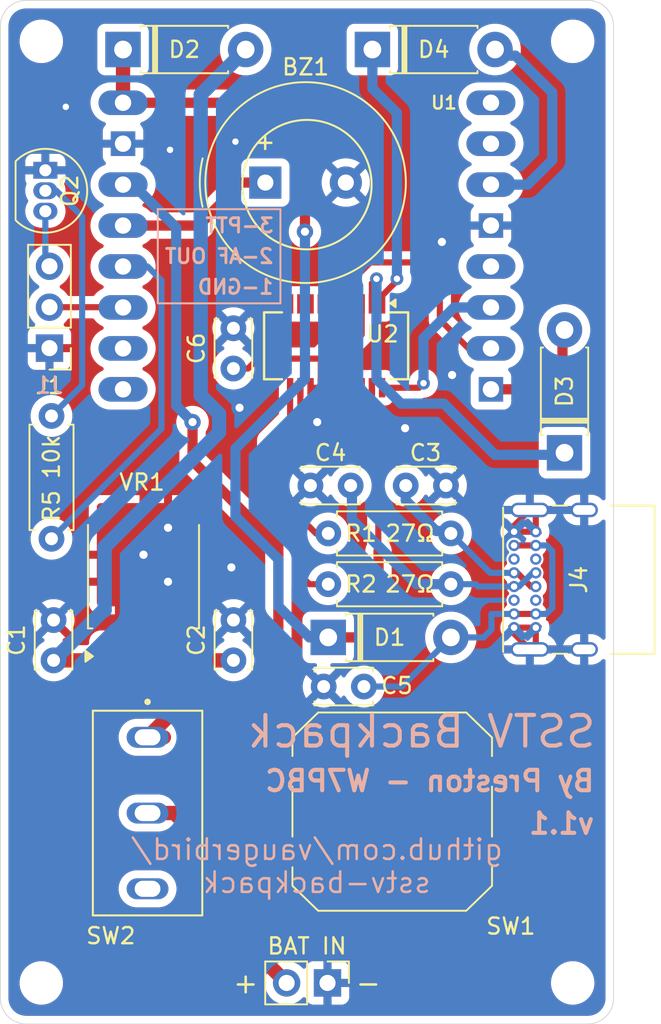
<source format=kicad_pcb>
(kicad_pcb (version 20241229) (generator "pcbnew") (generator_version "9.0")
  (title_block (title "SSTV Backpack") (date "2025-08-29") (rev "1.1"))
  (layers (0 "F.Cu" signal) (2 "B.Cu" signal) (13 "F.Paste" user) (15 "B.Paste" user) (5 "F.SilkS" user "F.Silkscreen") (7 "B.SilkS" user "B.Silkscreen") (1 "F.Mask" user) (3 "B.Mask" user) (25 "Edge.Cuts" user))
  (net 0 "")
  (net 1 "RTS")
  (net 6 "GND")
  (net 7 "+5V")
  (net 8 "/BUZZER")
  (net 9 "/8V IN")
  (net 10 "PTT")
  (net 11 "/TX OUT")
  (net 12 "/CAPTURE")
  (net 13 "/VIN")
  (net 16 "TXD")
  (net 17 "RXD")
  (net 18 "/5VUSB")
  (net 19 "Net-(U2-USBDM)")
  (net 20 "Net-(U2-USBDP)")
  (net 25 "DTR")
  (net 27 "3V3FTDI")
  (net 31 "Net-(D3-A)")
  (net 32 "Net-(D4-A)")
  (net 33 "/D-")
  (net 34 "/D+")
  (net 35 "Net-(Q2-B)")
  (net 36 "PTT_TRIG")
  (net 37 "/5VO")
  (footprint "Package_TO_SOT_SMD:TO-252-2" (layer "F.Cu") (at 148.591 99.153 90)
    (property "Reference" "VR1" (at 5.755 -0.09 180) (layer "F.SilkS"))
    (property "Value" "LP38693DT-5.0" (hide yes))
    (fp_line (start 3.11 -3.45) (end -3.31 -3.45) (stroke (width 0.12)) (layer "F.SilkS"))
    (fp_line (start -3.31 -3.45) (end -3.31 -3.18) (stroke (width 0.12)) (layer "F.SilkS"))
    (fp_line (start 3.11 3.45) (end -3.31 3.45) (stroke (width 0.12)) (layer "F.SilkS"))
    (fp_line (start -3.31 3.45) (end -3.31 3.18) (stroke (width 0.12)) (layer "F.SilkS"))
    (fp_poly (pts (xy -5.04 -3.14) (xy -5.38 -3.61) (xy -4.7 -3.61) (xy -5.04 -3.14)) (stroke (width 0.12)) (fill yes) (layer "F.SilkS"))
    (pad "1" smd roundrect (at -5.04 -2.28 90) (size 2.2 1.2) (layers "F.Cu" "F.Mask" "F.Paste") (roundrect_rratio 0.208333) (net 37 "/5VO"))
    (pad "2" smd roundrect (at -0.415 -1.525 90) (size 3.05 2.75) (layers "F.Cu" "F.Paste") (roundrect_rratio 0.090909) (net 6 "GND"))
    (pad "2" smd roundrect (at -0.415 1.525 90) (size 3.05 2.75) (layers "F.Cu" "F.Paste") (roundrect_rratio 0.090909) (net 6 "GND"))
    (pad "2" smd roundrect (at 1.26 0 90) (size 6.4 5.8) (layers "F.Cu" "F.Mask") (roundrect_rratio 0.043103) (net 6 "GND"))
    (pad "2" smd roundrect (at 2.935 -1.525 90) (size 3.05 2.75) (layers "F.Cu" "F.Paste") (roundrect_rratio 0.090909) (net 6 "GND"))
    (pad "2" smd roundrect (at 2.935 1.525 90) (size 3.05 2.75) (layers "F.Cu" "F.Paste") (roundrect_rratio 0.090909) (net 6 "GND"))
    (pad "3" smd roundrect (at -5.04 2.28 90) (size 2.2 1.2) (layers "F.Cu" "F.Mask" "F.Paste") (roundrect_rratio 0.208333) (net 9 "/8V IN"))
  )
  (footprint "Capacitor_THT:C_Disc_D3.4mm_W2.1mm_P2.50mm" (layer "F.Cu") (at 159.786 106.0704)
    (property "Reference" "C5" (at 4.552 -0.0508 0) (layer "F.SilkS"))
    (property "Value" "10nF" (hide yes))
    (fp_line (start -0.57 -1.17) (end -0.57 -0.925) (stroke (width 0.12)) (layer "F.SilkS"))
    (fp_line (start -0.57 -1.17) (end 3.07 -1.17) (stroke (width 0.12)) (layer "F.SilkS"))
    (fp_line (start -0.57 0.925) (end -0.57 1.17) (stroke (width 0.12)) (layer "F.SilkS"))
    (fp_line (start -0.57 1.17) (end 3.07 1.17) (stroke (width 0.12)) (layer "F.SilkS"))
    (fp_line (start 3.07 -1.17) (end 3.07 -0.925) (stroke (width 0.12)) (layer "F.SilkS"))
    (fp_line (start 3.07 0.925) (end 3.07 1.17) (stroke (width 0.12)) (layer "F.SilkS"))
    (pad "1" thru_hole circle (at 0 0) (size 1.6 1.6) (drill 0.8) (layers "*.Cu" "*.Mask") (net 6 "GND"))
    (pad "2" thru_hole circle (at 2.5 0) (size 1.6 1.6) (drill 0.8) (layers "*.Cu" "*.Mask") (net 18 "/5VUSB"))
  )
  (footprint "Buzzer_Beeper:Buzzer_TDK_PS1240P02BT_D12.2mm_H6.5mm" (layer "F.Cu") (at 156.163 74.803)
    (property "Reference" "BZ1" (at 2.5 -7.17 0) (layer "F.SilkS"))
    (property "Value" "Buzzer" (hide yes))
    (fp_arc (start -3.9 1.499999) (mid -4.073431 0) (end -3.9 -1.5) (stroke (width 0.12)) (layer "F.SilkS"))
    (fp_circle (center 2.5 0) (end 8.73 0) (stroke (width 0.12)) (fill no) (layer "F.SilkS"))
    (fp_text user "+" (at -0.01 -2.54 0) (layer "F.SilkS"))
    (pad "1" thru_hole rect (at 0 0) (size 2 2) (drill 1) (layers "*.Cu" "*.Mask") (net 8 "/BUZZER"))
    (pad "2" thru_hole circle (at 5 0) (size 2 2) (drill 1) (layers "*.Cu" "*.Mask") (net 6 "GND"))
  )
  (footprint "Resistor_THT:R_Axial_DIN0207_L6.3mm_D2.5mm_P7.62mm_Horizontal" (layer "F.Cu") (at 142.875 96.901 90)
    (property "Reference" "R5" (at 2.032 0 90) (layer "F.SilkS"))
    (property "Value" "10k" (at 5.08 0 90) (layer "F.SilkS"))
    (fp_line (start 7.08 -1.37) (end 7.08 -1.04) (stroke (width 0.12)) (layer "F.SilkS"))
    (fp_line (start 0.54 -1.37) (end 7.08 -1.37) (stroke (width 0.12)) (layer "F.SilkS"))
    (fp_line (start 0.54 -1.04) (end 0.54 -1.37) (stroke (width 0.12)) (layer "F.SilkS"))
    (fp_line (start 0.54 1.04) (end 0.54 1.37) (stroke (width 0.12)) (layer "F.SilkS"))
    (fp_line (start 7.08 1.37) (end 7.08 1.04) (stroke (width 0.12)) (layer "F.SilkS"))
    (fp_line (start 0.54 1.37) (end 7.08 1.37) (stroke (width 0.12)) (layer "F.SilkS"))
    (pad "1" thru_hole circle (at 0 0 90) (size 1.6 1.6) (drill 0.8) (layers "*.Cu" "*.Mask") (net 36 "PTT_TRIG"))
    (pad "2" thru_hole oval (at 7.62 0 90) (size 1.6 1.6) (drill 0.8) (layers "*.Cu" "*.Mask") (net 35 "Net-(Q2-B)"))
  )
  (footprint "Diode_THT:D_DO-41_SOD81_P7.62mm_Horizontal" (layer "F.Cu") (at 160.0708 103.0224)
    (property "Reference" "D1" (at 3.81 0 0) (layer "F.SilkS"))
    (property "Value" "1N5819" (hide yes))
    (fp_line (start 1.09 -1.47) (end 6.53 -1.47) (stroke (width 0.12)) (layer "F.SilkS"))
    (fp_line (start 1.09 -1.34) (end 1.09 -1.47) (stroke (width 0.12)) (layer "F.SilkS"))
    (fp_line (start 1.09 1.34) (end 1.09 1.47) (stroke (width 0.12)) (layer "F.SilkS"))
    (fp_line (start 1.09 1.47) (end 6.53 1.47) (stroke (width 0.12)) (layer "F.SilkS"))
    (fp_line (start 1.87 -1.47) (end 1.87 1.47) (stroke (width 0.12)) (layer "F.SilkS"))
    (fp_line (start 1.99 -1.47) (end 1.99 1.47) (stroke (width 0.12)) (layer "F.SilkS"))
    (fp_line (start 2.11 -1.47) (end 2.11 1.47) (stroke (width 0.12)) (layer "F.SilkS"))
    (fp_line (start 6.53 -1.47) (end 6.53 -1.34) (stroke (width 0.12)) (layer "F.SilkS"))
    (fp_line (start 6.53 1.47) (end 6.53 1.34) (stroke (width 0.12)) (layer "F.SilkS"))
    (pad "1" thru_hole rect (at 0 0) (size 2.2 2.2) (drill 1.1) (layers "*.Cu" "*.Mask") (net 7 "+5V"))
    (pad "2" thru_hole oval (at 7.62 0) (size 2.2 2.2) (drill 1.1) (layers "*.Cu" "*.Mask") (net 18 "/5VUSB"))
  )
  (footprint "Diode_THT:D_DO-41_SOD81_P7.62mm_Horizontal" (layer "F.Cu") (at 174.752 91.567 90)
    (property "Reference" "D3" (at 3.81 0 90) (layer "F.SilkS"))
    (property "Value" "1N4148" (hide yes))
    (fp_line (start 6.53 -1.47) (end 6.53 -1.34) (stroke (width 0.12)) (layer "F.SilkS"))
    (fp_line (start 2.11 -1.47) (end 2.11 1.47) (stroke (width 0.12)) (layer "F.SilkS"))
    (fp_line (start 1.99 -1.47) (end 1.99 1.47) (stroke (width 0.12)) (layer "F.SilkS"))
    (fp_line (start 1.87 -1.47) (end 1.87 1.47) (stroke (width 0.12)) (layer "F.SilkS"))
    (fp_line (start 1.09 -1.47) (end 6.53 -1.47) (stroke (width 0.12)) (layer "F.SilkS"))
    (fp_line (start 1.09 -1.34) (end 1.09 -1.47) (stroke (width 0.12)) (layer "F.SilkS"))
    (fp_line (start 1.09 1.34) (end 1.09 1.47) (stroke (width 0.12)) (layer "F.SilkS"))
    (fp_line (start 6.53 1.47) (end 6.53 1.34) (stroke (width 0.12)) (layer "F.SilkS"))
    (fp_line (start 1.09 1.47) (end 6.53 1.47) (stroke (width 0.12)) (layer "F.SilkS"))
    (pad "1" thru_hole rect (at 0 0 90) (size 2.2 2.2) (drill 1.1) (layers "*.Cu" "*.Mask") (net 1 "RTS"))
    (pad "2" thru_hole oval (at 7.62 0 90) (size 2.2 2.2) (drill 1.1) (layers "*.Cu" "*.Mask") (net 31 "Net-(D3-A)"))
  )
  (footprint "SwitchSPDT:SW_SLW-1276864-4A-D" (layer "F.Cu") (at 148.844 113.92 -90)
    (property "Reference" "SW2" (at 7.62 2.286 180) (layer "F.SilkS"))
    (property "Value" "SLW-1276864-4A-D" (hide yes))
    (fp_line (start -6.35 3.4) (end 6.35 3.4) (stroke (width 0.127)) (layer "F.SilkS"))
    (fp_line (start 6.35 3.4) (end 6.35 -3.4) (stroke (width 0.127)) (layer "F.SilkS"))
    (fp_line (start -6.35 -3.4) (end -6.35 3.4) (stroke (width 0.127)) (layer "F.SilkS"))
    (fp_line (start 6.35 -3.4) (end -6.35 -3.4) (stroke (width 0.127)) (layer "F.SilkS"))
    (fp_circle (center -6.9 0) (end -6.8 0) (stroke (width 0.2)) (fill no) (layer "F.SilkS"))
    (pad "1" thru_hole oval (at -4.7 0 270) (size 1.3 2.6) (drill oval 1 1.6) (layers "*.Cu" "*.Mask") (net 9 "/8V IN"))
    (pad "2" thru_hole oval (at 0 0 270) (size 1.3 2.6) (drill oval 1 1.6) (layers "*.Cu" "*.Mask") (net 13 "/VIN"))
    (pad "3" thru_hole oval (at 4.7 0 270) (size 1.3 2.6) (drill oval 1 1.6) (layers "*.Cu" "*.Mask"))
  )
  (footprint "ESP32-CAM:ESP32-CAM" (layer "F.Cu") (at 158.75 80.01 180)
    (property "Reference" "U1" (at -8.509 10.16 0) (layer "F.SilkS") (effects (font (size 0.787402 0.787402))))
    (property "Value" "ESP32-CAM" (hide yes))
    (fp_circle (center 0 5.08) (end 4.01609 5.08) (stroke (width 0.127)) (fill no) (layer "F.SilkS"))
    (pad "P$1" thru_hole rect (at -11.43 -7.62 180) (size 1.524 1.524) (drill 1.016) (layers "*.Cu" "*.Mask") (net 31 "Net-(D3-A)"))
    (pad "P$2" thru_hole oval (at -11.43 -5.08 180) (size 3.048 1.524) (drill 1.016) (layers "*.Cu" "*.Mask") (net 17 "RXD"))
    (pad "P$3" thru_hole oval (at -11.43 -2.54 180) (size 3.048 1.524) (drill 1.016) (layers "*.Cu" "*.Mask") (net 16 "TXD"))
    (pad "P$4" thru_hole oval (at -11.43 0 180) (size 3.048 1.524) (drill 1.016) (layers "*.Cu" "*.Mask"))
    (pad "P$5" thru_hole rect (at -11.43 2.54 180) (size 1.524 1.524) (drill 1.016) (layers "*.Cu" "*.Mask") (net 6 "GND"))
    (pad "P$6" thru_hole oval (at -11.43 5.08 180) (size 3.048 1.524) (drill 1.016) (layers "*.Cu" "*.Mask") (net 32 "Net-(D4-A)"))
    (pad "P$7" thru_hole oval (at -11.43 7.62 180) (size 3.048 1.524) (drill 1.016) (layers "*.Cu" "*.Mask"))
    (pad "P$8" thru_hole oval (at -11.43 10.16 180) (size 3.048 1.524) (drill 1.016) (layers "*.Cu" "*.Mask"))
    (pad "P$9" thru_hole oval (at 11.43 10.16 180) (size 3.048 1.524) (drill 1.016) (layers "*.Cu" "*.Mask") (net 7 "+5V"))
    (pad "P$10" thru_hole rect (at 11.43 7.62 180) (size 1.524 1.524) (drill 1.016) (layers "*.Cu" "*.Mask") (net 6 "GND"))
    (pad "P$11" thru_hole oval (at 11.43 5.08 180) (size 3.048 1.524) (drill 1.016) (layers "*.Cu" "*.Mask") (net 12 "/CAPTURE"))
    (pad "P$12" thru_hole oval (at 11.43 2.54 180) (size 3.048 1.524) (drill 1.016) (layers "*.Cu" "*.Mask") (net 8 "/BUZZER"))
    (pad "P$13" thru_hole oval (at 11.43 0 180) (size 3.048 1.524) (drill 1.016) (layers "*.Cu" "*.Mask") (net 36 "PTT_TRIG"))
    (pad "P$14" thru_hole oval (at 11.43 -2.54 180) (size 3.048 1.524) (drill 1.016) (layers "*.Cu" "*.Mask") (net 11 "/TX OUT"))
    (pad "P$15" thru_hole oval (at 11.43 -5.08 180) (size 3.048 1.524) (drill 1.016) (layers "*.Cu" "*.Mask"))
    (pad "P$16" thru_hole oval (at 11.43 -7.62 180) (size 3.048 1.524) (drill 1.016) (layers "*.Cu" "*.Mask"))
  )
  (footprint "Diode_THT:D_DO-41_SOD81_P7.62mm_Horizontal" (layer "F.Cu") (at 147.32 66.548)
    (property "Reference" "D2" (at 3.81 0 0) (layer "F.SilkS"))
    (property "Value" "1N5819" (hide yes))
    (fp_line (start 1.09 -1.47) (end 6.53 -1.47) (stroke (width 0.12)) (layer "F.SilkS"))
    (fp_line (start 1.09 -1.34) (end 1.09 -1.47) (stroke (width 0.12)) (layer "F.SilkS"))
    (fp_line (start 1.09 1.34) (end 1.09 1.47) (stroke (width 0.12)) (layer "F.SilkS"))
    (fp_line (start 1.09 1.47) (end 6.53 1.47) (stroke (width 0.12)) (layer "F.SilkS"))
    (fp_line (start 1.87 -1.47) (end 1.87 1.47) (stroke (width 0.12)) (layer "F.SilkS"))
    (fp_line (start 1.99 -1.47) (end 1.99 1.47) (stroke (width 0.12)) (layer "F.SilkS"))
    (fp_line (start 2.11 -1.47) (end 2.11 1.47) (stroke (width 0.12)) (layer "F.SilkS"))
    (fp_line (start 6.53 -1.47) (end 6.53 -1.34) (stroke (width 0.12)) (layer "F.SilkS"))
    (fp_line (start 6.53 1.47) (end 6.53 1.34) (stroke (width 0.12)) (layer "F.SilkS"))
    (pad "1" thru_hole rect (at 0 0) (size 2.2 2.2) (drill 1.1) (layers "*.Cu" "*.Mask") (net 7 "+5V"))
    (pad "2" thru_hole oval (at 7.62 0) (size 2.2 2.2) (drill 1.1) (layers "*.Cu" "*.Mask") (net 37 "/5VO"))
  )
  (footprint "Capacitor_THT:C_Disc_D3.4mm_W2.1mm_P2.50mm" (layer "F.Cu") (at 154.179 104.447 90)
    (property "Reference" "C2" (at 1.25 -2.3 90) (layer "F.SilkS"))
    (property "Value" "1uF")
    (fp_line (start 3.07 -1.17) (end 3.07 -0.925) (stroke (width 0.12)) (layer "F.SilkS"))
    (fp_line (start -0.57 -1.17) (end 3.07 -1.17) (stroke (width 0.12)) (layer "F.SilkS"))
    (fp_line (start -0.57 -1.17) (end -0.57 -0.925) (stroke (width 0.12)) (layer "F.SilkS"))
    (fp_line (start 3.07 0.925) (end 3.07 1.17) (stroke (width 0.12)) (layer "F.SilkS"))
    (fp_line (start -0.57 0.925) (end -0.57 1.17) (stroke (width 0.12)) (layer "F.SilkS"))
    (fp_line (start -0.57 1.17) (end 3.07 1.17) (stroke (width 0.12)) (layer "F.SilkS"))
    (pad "1" thru_hole circle (at 0 0 90) (size 1.6 1.6) (drill 0.8) (layers "*.Cu" "*.Mask") (net 9 "/8V IN"))
    (pad "2" thru_hole circle (at 2.5 0 90) (size 1.6 1.6) (drill 0.8) (layers "*.Cu" "*.Mask") (net 6 "GND"))
  )
  (footprint "Connector_PinHeader_2.54mm:PinHeader_1x02_P2.54mm_Vertical" (layer "F.Cu") (at 160.025 124.46 -90)
    (property "Reference" "J2" (hide yes))
    (property "Value" "Conn_01x02_Pin" (hide yes))
    (fp_line (start -1.33 3.87) (end 1.33 3.87) (stroke (width 0.12)) (layer "F.SilkS"))
    (fp_line (start -1.33 1.27) (end -1.33 3.87) (stroke (width 0.12)) (layer "F.SilkS"))
    (fp_line (start -1.33 1.27) (end 1.33 1.27) (stroke (width 0.12)) (layer "F.SilkS"))
    (fp_line (start 1.33 1.27) (end 1.33 3.87) (stroke (width 0.12)) (layer "F.SilkS"))
    (fp_line (start -1.33 0) (end -1.33 -1.33) (stroke (width 0.12)) (layer "F.SilkS"))
    (fp_line (start -1.33 -1.33) (end 0 -1.33) (stroke (width 0.12)) (layer "F.SilkS"))
    (pad "1" thru_hole rect (at 0 0 270) (size 1.7 1.7) (drill 1) (layers "*.Cu" "*.Mask") (net 6 "GND"))
    (pad "2" thru_hole oval (at 0 2.54 270) (size 1.7 1.7) (drill 1) (layers "*.Cu" "*.Mask") (net 13 "/VIN"))
  )
  (footprint "Capacitor_THT:C_Disc_D3.4mm_W2.1mm_P2.50mm" (layer "F.Cu") (at 161.464 93.599 180)
    (property "Reference" "C4" (at 1.25 2.032 180) (layer "F.SilkS"))
    (property "Value" "47pF" (hide yes))
    (fp_line (start 3.07 0.925) (end 3.07 1.17) (stroke (width 0.12)) (layer "F.SilkS"))
    (fp_line (start 3.07 -1.17) (end 3.07 -0.925) (stroke (width 0.12)) (layer "F.SilkS"))
    (fp_line (start -0.57 1.17) (end 3.07 1.17) (stroke (width 0.12)) (layer "F.SilkS"))
    (fp_line (start -0.57 0.925) (end -0.57 1.17) (stroke (width 0.12)) (layer "F.SilkS"))
    (fp_line (start -0.57 -1.17) (end 3.07 -1.17) (stroke (width 0.12)) (layer "F.SilkS"))
    (fp_line (start -0.57 -1.17) (end -0.57 -0.925) (stroke (width 0.12)) (layer "F.SilkS"))
    (pad "1" thru_hole circle (at 0 0 180) (size 1.6 1.6) (drill 0.8) (layers "*.Cu" "*.Mask") (net 34 "/D+"))
    (pad "2" thru_hole circle (at 2.5 0 180) (size 1.6 1.6) (drill 0.8) (layers "*.Cu" "*.Mask") (net 6 "GND"))
  )
  (footprint "Resistor_THT:R_Axial_DIN0207_L6.3mm_D2.5mm_P7.62mm_Horizontal" (layer "F.Cu") (at 167.6908 99.7204 180)
    (property "Reference" "R2" (at 5.588 0 0) (layer "F.SilkS"))
    (property "Value" "27Ω" (at 2.54 0 0) (layer "F.SilkS"))
    (fp_line (start 7.08 1.37) (end 7.08 1.04) (stroke (width 0.12)) (layer "F.SilkS"))
    (fp_line (start 7.08 -1.37) (end 7.08 -1.04) (stroke (width 0.12)) (layer "F.SilkS"))
    (fp_line (start 0.54 1.37) (end 7.08 1.37) (stroke (width 0.12)) (layer "F.SilkS"))
    (fp_line (start 0.54 1.04) (end 0.54 1.37) (stroke (width 0.12)) (layer "F.SilkS"))
    (fp_line (start 0.54 -1.04) (end 0.54 -1.37) (stroke (width 0.12)) (layer "F.SilkS"))
    (fp_line (start 0.54 -1.37) (end 7.08 -1.37) (stroke (width 0.12)) (layer "F.SilkS"))
    (pad "1" thru_hole circle (at 0 0 180) (size 1.6 1.6) (drill 0.8) (layers "*.Cu" "*.Mask") (net 34 "/D+"))
    (pad "2" thru_hole oval (at 7.62 0 180) (size 1.6 1.6) (drill 0.8) (layers "*.Cu" "*.Mask") (net 20 "Net-(U2-USBDP)"))
  )
  (footprint "MountingHole:MountingHole_2.2mm_M2" (layer "F.Cu") (at 175.26 66.04)
    (property "Reference" "REF**" (hide yes))
    (property "Value" "MountingHole_2.2mm_M2" (hide yes))
    (pad "" np_thru_hole circle (at 0 0) (size 2.2 2.2) (drill 2.2) (layers "*.Cu" "*.Mask"))
  )
  (footprint "Package_SO:SSOP-20_3.9x8.7mm_P0.635mm" (layer "F.Cu") (at 160.55975 84.93125 -90)
    (property "Reference" "U2" (at -0.73025 -2.88925 0) (layer "F.SilkS"))
    (property "Value" "FT231XS" (hide yes))
    (fp_line (start -2.075 4.475) (end 2.075 4.475) (stroke (width 0.15)) (layer "F.SilkS"))
    (fp_line (start -2.075 4.475) (end -2.075 3.365) (stroke (width 0.15)) (layer "F.SilkS"))
    (fp_line (start 2.075 4.475) (end 2.075 3.365) (stroke (width 0.15)) (layer "F.SilkS"))
    (fp_line (start -2.075 -3.365) (end -2.075 -4.475) (stroke (width 0.15)) (layer "F.SilkS"))
    (fp_line (start -2.075 -4.475) (end 2.075 -4.475) (stroke (width 0.15)) (layer "F.SilkS"))
    (fp_line (start 2.075 -4.475) (end 2.075 -3.365) (stroke (width 0.15)) (layer "F.SilkS"))
    (fp_poly (pts (xy -2.6375 -3.365) (xy -2.8775 -3.695) (xy -2.3975 -3.695) (xy -2.6375 -3.365)) (stroke (width 0.12)) (fill yes) (layer "F.SilkS"))
    (pad "1" smd rect (at -2.6 -2.8575 270) (size 1.2 0.4) (layers "F.Cu" "F.Mask" "F.Paste") (net 25 "DTR"))
    (pad "2" smd rect (at -2.6 -2.2225 270) (size 1.2 0.4) (layers "F.Cu" "F.Mask" "F.Paste") (net 1 "RTS"))
    (pad "3" smd rect (at -2.6 -1.5875 270) (size 1.2 0.4) (layers "F.Cu" "F.Mask" "F.Paste") (net 27 "3V3FTDI"))
    (pad "4" smd rect (at -2.6 -0.9525 270) (size 1.2 0.4) (layers "F.Cu" "F.Mask" "F.Paste") (net 17 "RXD"))
    (pad "5" smd rect (at -2.6 -0.3175 270) (size 1.2 0.4) (layers "F.Cu" "F.Mask" "F.Paste"))
    (pad "6" smd rect (at -2.6 0.3175 270) (size 1.2 0.4) (layers "F.Cu" "F.Mask" "F.Paste") (net 6 "GND"))
    (pad "7" smd rect (at -2.6 0.9525 270) (size 1.2 0.4) (layers "F.Cu" "F.Mask" "F.Paste"))
    (pad "8" smd rect (at -2.6 1.5875 270) (size 1.2 0.4) (layers "F.Cu" "F.Mask" "F.Paste"))
    (pad "9" smd rect (at -2.6 2.2225 270) (size 1.2 0.4) (layers "F.Cu" "F.Mask" "F.Paste"))
    (pad "10" smd rect (at -2.6 2.8575 270) (size 1.2 0.4) (layers "F.Cu" "F.Mask" "F.Paste"))
    (pad "11" smd rect (at 2.6 2.8575 270) (size 1.2 0.4) (layers "F.Cu" "F.Mask" "F.Paste") (net 20 "Net-(U2-USBDP)"))
    (pad "12" smd rect (at 2.6 2.2225 270) (size 1.2 0.4) (layers "F.Cu" "F.Mask" "F.Paste") (net 19 "Net-(U2-USBDM)"))
    (pad "13" smd rect (at 2.6 1.5875 270) (size 1.2 0.4) (layers "F.Cu" "F.Mask" "F.Paste") (net 27 "3V3FTDI"))
    (pad "14" smd rect (at 2.6 0.9525 270) (size 1.2 0.4) (layers "F.Cu" "F.Mask" "F.Paste") (net 27 "3V3FTDI"))
    (pad "15" smd rect (at 2.6 0.3175 270) (size 1.2 0.4) (layers "F.Cu" "F.Mask" "F.Paste") (net 7 "+5V"))
    (pad "16" smd rect (at 2.6 -0.3175 270) (size 1.2 0.4) (layers "F.Cu" "F.Mask" "F.Paste") (net 6 "GND"))
    (pad "17" smd rect (at 2.6 -0.9525 270) (size 1.2 0.4) (layers "F.Cu" "F.Mask" "F.Paste"))
    (pad "18" smd rect (at 2.6 -1.5875 270) (size 1.2 0.4) (layers "F.Cu" "F.Mask" "F.Paste"))
    (pad "19" smd rect (at 2.6 -2.2225 270) (size 1.2 0.4) (layers "F.Cu" "F.Mask" "F.Paste"))
    (pad "20" smd rect (at 2.6 -2.8575 270) (size 1.2 0.4) (layers "F.Cu" "F.Mask" "F.Paste") (net 16 "TXD"))
  )
  (footprint "Capacitor_THT:C_Disc_D3.4mm_W2.1mm_P2.50mm" (layer "F.Cu") (at 154.178 86.34 90)
    (property "Reference" "C6" (at 1.25 -2.3 90) (layer "F.SilkS"))
    (property "Value" "100nF" (hide yes))
    (fp_line (start 3.07 -1.17) (end 3.07 -0.925) (stroke (width 0.12)) (layer "F.SilkS"))
    (fp_line (start -0.57 -1.17) (end 3.07 -1.17) (stroke (width 0.12)) (layer "F.SilkS"))
    (fp_line (start -0.57 -1.17) (end -0.57 -0.925) (stroke (width 0.12)) (layer "F.SilkS"))
    (fp_line (start 3.07 0.925) (end 3.07 1.17) (stroke (width 0.12)) (layer "F.SilkS"))
    (fp_line (start -0.57 0.925) (end -0.57 1.17) (stroke (width 0.12)) (layer "F.SilkS"))
    (fp_line (start -0.57 1.17) (end 3.07 1.17) (stroke (width 0.12)) (layer "F.SilkS"))
    (pad "1" thru_hole circle (at 0 0 90) (size 1.6 1.6) (drill 0.8) (layers "*.Cu" "*.Mask") (net 27 "3V3FTDI"))
    (pad "2" thru_hole circle (at 2.5 0 90) (size 1.6 1.6) (drill 0.8) (layers "*.Cu" "*.Mask") (net 6 "GND"))
  )
  (footprint "Resistor_THT:R_Axial_DIN0207_L6.3mm_D2.5mm_P7.62mm_Horizontal" (layer "F.Cu") (at 167.6908 96.5708 180)
    (property "Reference" "R1" (at 5.588 0 0) (layer "F.SilkS"))
    (property "Value" "27Ω" (at 2.54 0 0) (layer "F.SilkS"))
    (fp_line (start 7.08 1.37) (end 7.08 1.04) (stroke (width 0.12)) (layer "F.SilkS"))
    (fp_line (start 7.08 -1.37) (end 7.08 -1.04) (stroke (width 0.12)) (layer "F.SilkS"))
    (fp_line (start 0.54 1.37) (end 7.08 1.37) (stroke (width 0.12)) (layer "F.SilkS"))
    (fp_line (start 0.54 1.04) (end 0.54 1.37) (stroke (width 0.12)) (layer "F.SilkS"))
    (fp_line (start 0.54 -1.04) (end 0.54 -1.37) (stroke (width 0.12)) (layer "F.SilkS"))
    (fp_line (start 0.54 -1.37) (end 7.08 -1.37) (stroke (width 0.12)) (layer "F.SilkS"))
    (pad "1" thru_hole circle (at 0 0 180) (size 1.6 1.6) (drill 0.8) (layers "*.Cu" "*.Mask") (net 33 "/D-"))
    (pad "2" thru_hole oval (at 7.62 0 180) (size 1.6 1.6) (drill 0.8) (layers "*.Cu" "*.Mask") (net 19 "Net-(U2-USBDM)"))
  )
  (footprint "MountingHole:MountingHole_2.2mm_M2" (layer "F.Cu") (at 142.24 66.04)
    (property "Reference" "REF**" (hide yes))
    (property "Value" "MountingHole_2.2mm_M2" (hide yes))
    (pad "" np_thru_hole circle (at 0 0) (size 2.2 2.2) (drill 2.2) (layers "*.Cu" "*.Mask"))
  )
  (footprint "Connector_PinHeader_2.54mm:PinHeader_1x03_P2.54mm_Vertical" (layer "F.Cu") (at 142.748 85.075 180)
    (property "Reference" "J1" (at 0 -2.33 0) (layer "F.SilkS"))
    (property "Value" "Conn_01x03_Pin" (hide yes))
    (fp_line (start 1.33 1.27) (end 1.33 6.41) (stroke (width 0.12)) (layer "F.SilkS"))
    (fp_line (start -1.33 6.41) (end 1.33 6.41) (stroke (width 0.12)) (layer "F.SilkS"))
    (fp_line (start -1.33 1.27) (end 1.33 1.27) (stroke (width 0.12)) (layer "F.SilkS"))
    (fp_line (start -1.33 1.27) (end -1.33 6.41) (stroke (width 0.12)) (layer "F.SilkS"))
    (fp_line (start -1.33 0) (end -1.33 -1.33) (stroke (width 0.12)) (layer "F.SilkS"))
    (fp_line (start -1.33 -1.33) (end 0 -1.33) (stroke (width 0.12)) (layer "F.SilkS"))
    (pad "1" thru_hole rect (at 0 0 180) (size 1.7 1.7) (drill 1) (layers "*.Cu" "*.Mask") (net 6 "GND"))
    (pad "2" thru_hole oval (at 0 2.54 180) (size 1.7 1.7) (drill 1) (layers "*.Cu" "*.Mask") (net 11 "/TX OUT"))
    (pad "3" thru_hole oval (at 0 5.08 180) (size 1.7 1.7) (drill 1) (layers "*.Cu" "*.Mask") (net 10 "PTT"))
  )
  (footprint "MountingHole:MountingHole_2.2mm_M2" (layer "F.Cu") (at 175.26 124.46)
    (property "Reference" "REF**" (hide yes))
    (property "Value" "MountingHole_2.2mm_M2" (hide yes))
    (pad "" np_thru_hole circle (at 0 0) (size 2.2 2.2) (drill 2.2) (layers "*.Cu" "*.Mask"))
  )
  (footprint "Diode_THT:D_DO-41_SOD81_P7.62mm_Horizontal" (layer "F.Cu") (at 162.814 66.548)
    (property "Reference" "D4" (at 3.81 0 0) (layer "F.SilkS"))
    (property "Value" "1N4148" (hide yes))
    (fp_line (start 1.09 -1.47) (end 6.53 -1.47) (stroke (width 0.12)) (layer "F.SilkS"))
    (fp_line (start 1.09 -1.34) (end 1.09 -1.47) (stroke (width 0.12)) (layer "F.SilkS"))
    (fp_line (start 1.09 1.34) (end 1.09 1.47) (stroke (width 0.12)) (layer "F.SilkS"))
    (fp_line (start 1.09 1.47) (end 6.53 1.47) (stroke (width 0.12)) (layer "F.SilkS"))
    (fp_line (start 1.87 -1.47) (end 1.87 1.47) (stroke (width 0.12)) (layer "F.SilkS"))
    (fp_line (start 1.99 -1.47) (end 1.99 1.47) (stroke (width 0.12)) (layer "F.SilkS"))
    (fp_line (start 2.11 -1.47) (end 2.11 1.47) (stroke (width 0.12)) (layer "F.SilkS"))
    (fp_line (start 6.53 -1.47) (end 6.53 -1.34) (stroke (width 0.12)) (layer "F.SilkS"))
    (fp_line (start 6.53 1.47) (end 6.53 1.34) (stroke (width 0.12)) (layer "F.SilkS"))
    (pad "1" thru_hole rect (at 0 0) (size 2.2 2.2) (drill 1.1) (layers "*.Cu" "*.Mask") (net 25 "DTR"))
    (pad "2" thru_hole oval (at 7.62 0) (size 2.2 2.2) (drill 1.1) (layers "*.Cu" "*.Mask") (net 32 "Net-(D4-A)"))
  )
  (footprint "Capacitor_THT:C_Disc_D3.4mm_W2.1mm_P2.50mm" (layer "F.Cu") (at 143.003 104.447 90)
    (property "Reference" "C1" (at 1.25 -2.3 90) (layer "F.SilkS"))
    (property "Value" "1uF")
    (fp_line (start 3.07 -1.17) (end 3.07 -0.925) (stroke (width 0.12)) (layer "F.SilkS"))
    (fp_line (start -0.57 -1.17) (end 3.07 -1.17) (stroke (width 0.12)) (layer "F.SilkS"))
    (fp_line (start -0.57 -1.17) (end -0.57 -0.925) (stroke (width 0.12)) (layer "F.SilkS"))
    (fp_line (start 3.07 0.925) (end 3.07 1.17) (stroke (width 0.12)) (layer "F.SilkS"))
    (fp_line (start -0.57 0.925) (end -0.57 1.17) (stroke (width 0.12)) (layer "F.SilkS"))
    (fp_line (start -0.57 1.17) (end 3.07 1.17) (stroke (width 0.12)) (layer "F.SilkS"))
    (pad "1" thru_hole circle (at 0 0 90) (size 1.6 1.6) (drill 0.8) (layers "*.Cu" "*.Mask") (net 37 "/5VO"))
    (pad "2" thru_hole circle (at 2.5 0 90) (size 1.6 1.6) (drill 0.8) (layers "*.Cu" "*.Mask") (net 6 "GND"))
  )
  (footprint "Capacitor_THT:C_Disc_D3.4mm_W2.1mm_P2.50mm" (layer "F.Cu") (at 164.886 93.599)
    (property "Reference" "C3" (at 1.23 -2.032 0) (layer "F.SilkS"))
    (property "Value" "47pF" (hide yes))
    (fp_line (start -0.57 -1.17) (end -0.57 -0.925) (stroke (width 0.12)) (layer "F.SilkS"))
    (fp_line (start -0.57 -1.17) (end 3.07 -1.17) (stroke (width 0.12)) (layer "F.SilkS"))
    (fp_line (start -0.57 0.925) (end -0.57 1.17) (stroke (width 0.12)) (layer "F.SilkS"))
    (fp_line (start -0.57 1.17) (end 3.07 1.17) (stroke (width 0.12)) (layer "F.SilkS"))
    (fp_line (start 3.07 -1.17) (end 3.07 -0.925) (stroke (width 0.12)) (layer "F.SilkS"))
    (fp_line (start 3.07 0.925) (end 3.07 1.17) (stroke (width 0.12)) (layer "F.SilkS"))
    (pad "1" thru_hole circle (at 0 0) (size 1.6 1.6) (drill 0.8) (layers "*.Cu" "*.Mask") (net 33 "/D-"))
    (pad "2" thru_hole circle (at 2.5 0) (size 1.6 1.6) (drill 0.8) (layers "*.Cu" "*.Mask") (net 6 "GND"))
  )
  (footprint "Button_Switch_SMD:SW_Push_1P1T_NO_CK_PTS125Sx43PSMTR" (layer "F.Cu") (at 164.046 113.832)
    (property "Reference" "SW1" (at 7.366 7.112 0) (layer "F.SilkS"))
    (property "Value" "SW_Push" (hide yes))
    (fp_line (start -6.2 -4.6) (end -4.6 -6.15) (stroke (width 0.12)) (layer "F.SilkS"))
    (fp_line (start -6.2 -3.45) (end -6.2 -4.6) (stroke (width 0.12)) (layer "F.SilkS"))
    (fp_line (start -6.2 -1.55) (end -6.2 1.55) (stroke (width 0.12)) (layer "F.SilkS"))
    (fp_line (start -6.2 3.45) (end -6.2 4.6) (stroke (width 0.12)) (layer "F.SilkS"))
    (fp_line (start -6.2 4.6) (end -4.6 6.15) (stroke (width 0.12)) (layer "F.SilkS"))
    (fp_line (start -4.6 -6.15) (end 4.6 -6.15) (stroke (width 0.12)) (layer "F.SilkS"))
    (fp_line (start -4.6 6.15) (end 4.6 6.15) (stroke (width 0.12)) (layer "F.SilkS"))
    (fp_line (start 4.6 -6.15) (end 6.2 -4.6) (stroke (width 0.12)) (layer "F.SilkS"))
    (fp_line (start 4.6 6.15) (end 6.2 4.6) (stroke (width 0.12)) (layer "F.SilkS"))
    (fp_line (start 6.2 -3.45) (end 6.2 -4.6) (stroke (width 0.12)) (layer "F.SilkS"))
    (fp_line (start 6.2 -1.55) (end 6.2 1.55) (stroke (width 0.12)) (layer "F.SilkS"))
    (fp_line (start 6.2 3.45) (end 6.2 4.6) (stroke (width 0.12)) (layer "F.SilkS"))
    (pad "1" smd rect (at -7.15 -2.5) (size 2 1.5) (layers "F.Cu" "F.Mask" "F.Paste") (net 12 "/CAPTURE"))
    (pad "1" smd rect (at 7.15 -2.5) (size 2 1.5) (layers "F.Cu" "F.Mask" "F.Paste") (net 12 "/CAPTURE"))
    (pad "2" smd rect (at -7.15 2.5) (size 2 1.5) (layers "F.Cu" "F.Mask" "F.Paste") (net 6 "GND"))
    (pad "2" smd rect (at 7.15 2.5) (size 2 1.5) (layers "F.Cu" "F.Mask" "F.Paste") (net 6 "GND"))
  )
  (footprint "MountingHole:MountingHole_2.2mm_M2" (layer "F.Cu") (at 142.24 124.46)
    (property "Reference" "REF**" (hide yes))
    (property "Value" "MountingHole_2.2mm_M2" (hide yes))
    (pad "" np_thru_hole circle (at 0 0) (size 2.2 2.2) (drill 2.2) (layers "*.Cu" "*.Mask"))
  )
  (footprint "Connector_USB:USB_C_Receptacle_GCT_USB4085" (layer "F.Cu") (at 171.616 102.416 90)
    (property "Reference" "J4" (at 2.975 4.025 90) (layer "F.SilkS"))
    (property "Value" "USB_C_Receptacle_USB2.0_14P" (hide yes))
    (fp_line (start -1.5 -0.68) (end 7.45 -0.68) (stroke (width 0.12)) (layer "F.SilkS"))
    (fp_line (start 7.57 2.4) (end 7.57 3.3) (stroke (width 0.12)) (layer "F.SilkS"))
    (fp_line (start -1.62 2.4) (end -1.62 3.3) (stroke (width 0.12)) (layer "F.SilkS"))
    (fp_line (start 7.57 6) (end 7.57 8.73) (stroke (width 0.12)) (layer "F.SilkS"))
    (fp_line (start -1.62 6) (end -1.62 8.73) (stroke (width 0.12)) (layer "F.SilkS"))
    (fp_line (start -1.62 8.73) (end 7.57 8.73) (stroke (width 0.12)) (layer "F.SilkS"))
    (pad "A1" thru_hole circle (at 0 0 90) (size 0.7 0.7) (drill 0.4) (layers "*.Cu" "*.Mask") (net 6 "GND"))
    (pad "A4" thru_hole circle (at 0.85 0 90) (size 0.7 0.7) (drill 0.4) (layers "*.Cu" "*.Mask") (net 18 "/5VUSB"))
    (pad "A5" thru_hole circle (at 1.7 0 90) (size 0.7 0.7) (drill 0.4) (layers "*.Cu" "*.Mask"))
    (pad "A6" thru_hole circle (at 2.55 0 90) (size 0.7 0.7) (drill 0.4) (layers "*.Cu" "*.Mask") (net 34 "/D+"))
    (pad "A7" thru_hole circle (at 3.4 0 90) (size 0.7 0.7) (drill 0.4) (layers "*.Cu" "*.Mask") (net 33 "/D-"))
    (pad "A8" thru_hole circle (at 4.25 0 90) (size 0.7 0.7) (drill 0.4) (layers "*.Cu" "*.Mask"))
    (pad "A9" thru_hole circle (at 5.1 0 90) (size 0.7 0.7) (drill 0.4) (layers "*.Cu" "*.Mask") (net 18 "/5VUSB"))
    (pad "A12" thru_hole circle (at 5.95 0 90) (size 0.7 0.7) (drill 0.4) (layers "*.Cu" "*.Mask") (net 6 "GND"))
    (pad "B1" thru_hole circle (at 5.95 1.35 90) (size 0.7 0.7) (drill 0.4) (layers "*.Cu" "*.Mask") (net 6 "GND"))
    (pad "B4" thru_hole circle (at 5.1 1.35 90) (size 0.7 0.7) (drill 0.4) (layers "*.Cu" "*.Mask") (net 18 "/5VUSB"))
    (pad "B5" thru_hole circle (at 4.25 1.35 90) (size 0.7 0.7) (drill 0.4) (layers "*.Cu" "*.Mask"))
    (pad "B6" thru_hole circle (at 3.4 1.35 90) (size 0.7 0.7) (drill 0.4) (layers "*.Cu" "*.Mask") (net 34 "/D+"))
    (pad "B7" thru_hole circle (at 2.55 1.35 90) (size 0.7 0.7) (drill 0.4) (layers "*.Cu" "*.Mask") (net 33 "/D-"))
    (pad "B8" thru_hole circle (at 1.7 1.35 90) (size 0.7 0.7) (drill 0.4) (layers "*.Cu" "*.Mask"))
    (pad "B9" thru_hole circle (at 0.85 1.35 90) (size 0.7 0.7) (drill 0.4) (layers "*.Cu" "*.Mask") (net 18 "/5VUSB"))
    (pad "B12" thru_hole circle (at 0 1.35 90) (size 0.7 0.7) (drill 0.4) (layers "*.Cu" "*.Mask") (net 6 "GND"))
    (pad "S1" thru_hole oval (at -1.35 0.98 90) (size 0.9 2.4) (drill oval 0.6 2.1) (layers "*.Cu" "*.Mask") (net 6 "GND"))
    (pad "S1" thru_hole oval (at -1.35 4.36 90) (size 0.9 1.7) (drill oval 0.6 1.4) (layers "*.Cu" "*.Mask") (net 6 "GND"))
    (pad "S1" thru_hole oval (at 7.3 0.98 90) (size 0.9 2.4) (drill oval 0.6 2.1) (layers "*.Cu" "*.Mask") (net 6 "GND"))
    (pad "S1" thru_hole oval (at 7.3 4.36 90) (size 0.9 1.7) (drill oval 0.6 1.4) (layers "*.Cu" "*.Mask") (net 6 "GND"))
  )
  (footprint "Package_TO_SOT_THT:TO-92_Inline" (layer "F.Cu") (at 142.494 74.041 -90)
    (property "Reference" "Q2" (at 1.27 -1.524 90) (layer "F.SilkS"))
    (property "Value" "2N3904" (hide yes))
    (fp_line (start -0.53 1.85) (end 3.07 1.85) (stroke (width 0.12)) (layer "F.SilkS"))
    (fp_arc (start -0.568478 1.838478) (mid -1.132087 -0.994977) (end 1.27 -2.6) (stroke (width 0.12)) (layer "F.SilkS"))
    (fp_arc (start 1.27 -2.6) (mid 3.672087 -0.994977) (end 3.108478 1.838478) (stroke (width 0.12)) (layer "F.SilkS"))
    (pad "1" thru_hole rect (at 0 0 270) (size 1.05 1.5) (drill 0.75) (layers "*.Cu" "*.Mask") (net 6 "GND"))
    (pad "2" thru_hole oval (at 1.27 0 270) (size 1.05 1.5) (drill 0.75) (layers "*.Cu" "*.Mask") (net 35 "Net-(Q2-B)"))
    (pad "3" thru_hole oval (at 2.54 0 270) (size 1.05 1.5) (drill 0.75) (layers "*.Cu" "*.Mask") (net 10 "PTT"))
  )
  (gr_rect (start 149.479 76.454) (end 157.099 82.296) (stroke (width 0.127)) (fill no) (layer "B.SilkS"))
  (gr_line (start 176.2125 127) (end 141.2875 127) (stroke (width 0.05)) (layer "Edge.Cuts"))
  (gr_arc (start 141.2875 127) (mid 140.164968 126.535032) (end 139.7 125.4125) (stroke (width 0.05)) (layer "Edge.Cuts"))
  (gr_line (start 141.2875 63.5) (end 176.2125 63.5) (stroke (width 0.05)) (layer "Edge.Cuts"))
  (gr_arc (start 176.2125 63.5) (mid 177.335032 63.964968) (end 177.8 65.0875) (stroke (width 0.05)) (layer "Edge.Cuts"))
  (gr_arc (start 177.8 125.4125) (mid 177.335032 126.535032) (end 176.2125 127) (stroke (width 0.05)) (layer "Edge.Cuts"))
  (gr_line (start 177.8 65.0875) (end 177.8 125.4125) (stroke (width 0.05)) (layer "Edge.Cuts"))
  (gr_arc (start 139.7 65.0875) (mid 140.164968 63.964968) (end 141.2875 63.5) (stroke (width 0.05)) (layer "Edge.Cuts"))
  (gr_line (start 139.7 125.4125) (end 139.7 65.0875) (stroke (width 0.05)) (layer "Edge.Cuts"))
  (gr_text "BAT IN" (at 158.75 122.174 0) (layer "F.SilkS") (effects (font (size 1 1))))
  (gr_text "+" (at 154.94 124.46 0) (layer "F.SilkS") (effects (font (size 1.27 1.27) (thickness 0.15875))))
  (gr_text "-" (at 162.56 124.46 0) (layer "F.SilkS") (effects (font (size 1.27 1.27) (thickness 0.15875))))
  (gr_text "1-GND" (at 154.305 81.28 0) (layer "B.SilkS") (effects (font (size 0.889 0.889) (thickness 0.1778) (bold yes)) (justify mirror)))
  (gr_text "By Preston - W7PBC" (at 176.7332 112.6744 0) (layer "B.SilkS") (effects (font (size 1.27 1.27) (thickness 0.254) (bold yes)) (justify left bottom mirror)))
  (gr_text "3-PTT" (at 154.559 77.47 0) (layer "B.SilkS") (effects (font (size 0.889 0.889) (thickness 0.1778) (bold yes)) (justify mirror)))
  (gr_text "github.com/vaugerbird/\nsstv-backpack" (at 159.3596 118.9736 0) (layer "B.SilkS") (effects (font (size 1.27 1.27) (thickness 0.15875)) (justify bottom mirror)))
  (gr_text "2-AF OUT" (at 153.289 79.375 0) (layer "B.SilkS") (effects (font (size 0.889 0.889) (thickness 0.1778) (bold yes)) (justify mirror)))
  (gr_text "SSTV Backpack" (at 176.8348 109.982 0) (layer "B.SilkS") (effects (font (size 1.905 1.905) (thickness 0.254)) (justify left bottom mirror)))
  (gr_text "J1" (at 142.748 87.376 0) (layer "B.SilkS") (effects (font (size 1 1)) (justify mirror)))
  (gr_text "v1.1" (at 176.7332 115.316 0) (layer "B.SilkS") (effects (font (size 1.27 1.27) (thickness 0.254) (bold yes)) (justify left bottom mirror)))
  (segment (start 162.78225 82.33125) (end 162.78225 81.05775) (width 0.381) (layer "F.Cu") (net 1))
  (segment (start 162.78225 81.05775) (end 163.068 80.772) (width 0.381) (layer "F.Cu") (net 1))
  (via (at 163.068 80.772) (size 0.8) (drill 0.4) (layers "F.Cu" "B.Cu") (net 1))
  (segment (start 170.434 91.694) (end 174.625 91.694) (width 0.635) (layer "B.Cu") (net 1))
  (segment (start 164.592 88.519) (end 163.068 86.995) (width 0.635) (layer "B.Cu") (net 1))
  (segment (start 167.259 88.519) (end 164.592 88.519) (width 0.635) (layer "B.Cu") (net 1))
  (segment (start 163.068 86.995) (end 163.068 80.772) (width 0.635) (layer "B.Cu") (net 1))
  (segment (start 170.434 91.694) (end 167.259 88.519) (width 0.635) (layer "B.Cu") (net 1))
  (segment (start 171.616 102.786) (end 172.596 103.766) (width 0.381) (layer "F.Cu") (net 6))
  (segment (start 171.616 102.416) (end 171.616 102.786) (width 0.381) (layer "F.Cu") (net 6))
  (segment (start 172.966 95.486) (end 172.596 95.116) (width 0.381) (layer "F.Cu") (net 6))
  (segment (start 172.966 96.466) (end 172.966 95.486) (width 0.381) (layer "F.Cu") (net 6))
  (segment (start 160.87725 87.53125) (end 160.87725 88.51225) (width 0.381) (layer "F.Cu") (net 6))
  (segment (start 160.24225 80.93075) (end 160.24225 82.33125) (width 0.381) (layer "F.Cu") (net 6))
  (segment (start 160.87725 87.53125) (end 160.87725 86.55025) (width 0.381) (layer "F.Cu") (net 6))
  (segment (start 171.616 96.096) (end 172.596 95.116) (width 0.381) (layer "F.Cu") (net 6))
  (segment (start 171.616 96.466) (end 171.616 96.096) (width 0.381) (layer "F.Cu") (net 6))
  (segment (start 161.392 89.027) (end 162.56 89.027) (width 0.381) (layer "F.Cu") (net 6))
  (segment (start 172.966 103.396) (end 172.596 103.766) (width 0.381) (layer "F.Cu") (net 6))
  (segment (start 160.24225 82.33125) (end 160.24225 83.78825) (width 0.381) (layer "F.Cu") (net 6))
  (segment (start 161.4485 85.979) (end 161.798 85.979) (width 0.381) (layer "F.Cu") (net 6))
  (segment (start 160.87725 86.55025) (end 161.4485 85.979) (width 0.381) (layer "F.Cu") (net 6))
  (segment (start 172.966 102.416) (end 172.966 103.396) (width 0.381) (layer "F.Cu") (net 6))
  (segment (start 160.87725 88.51225) (end 161.392 89.027) (width 0.381) (layer "F.Cu") (net 6))
  (segment (start 171.616 96.466) (end 172.966 96.466) (width 0.381) (layer "F.Cu") (net 6))
  (segment (start 171.616 102.416) (end 172.966 102.416) (width 0.381) (layer "F.Cu") (net 6))
  (via (at 150.116 99.568) (size 1.016) (drill 0.508) (layers "F.Cu" "B.Cu") (net 6))
  (via (at 143.764 70.104) (size 0.8) (drill 0.4) (layers "F.Cu" "B.Cu") (net 6))
  (via (at 167.132 78.486) (size 1.016) (drill 0.508) (layers "F.Cu" "B.Cu") (net 6))
  (via (at 154.051 98.679) (size 1.016) (drill 0.508) (layers "F.Cu" "B.Cu") (net 6))
  (via (at 164.846 90.043) (size 1.016) (drill 0.508) (layers "F.Cu" "B.Cu") (net 6))
  (via (at 154.305 72.263) (size 0.8) (drill 0.4) (layers "F.Cu" "B.Cu") (net 6))
  (via (at 150.116 96.218) (size 1.016) (drill 0.508) (layers "F.Cu" "B.Cu") (net 6))
  (via (at 154.559 88.773) (size 1.016) (drill 0.508) (layers "F.Cu" "B.Cu") (net 6))
  (via (at 148.591 97.893) (size 1.016) (drill 0.508) (layers "F.Cu" "B.Cu") (net 6))
  (via (at 150.241 72.771) (size 0.8) (drill 0.4) (layers "F.Cu" "B.Cu") (net 6))
  (via (at 167.767 86.741) (size 1.016) (drill 0.508) (layers "F.Cu" "B.Cu") (net 6))
  (via (at 159.385 89.662) (size 1.016) (drill 0.508) (layers "F.Cu" "B.Cu") (net 6))
  (via (at 148.591 97.893) (size 1.016) (drill 0.508) (layers "F.Cu" "B.Cu") (net 6))
  (segment (start 163.195 97.663) (end 163.195 102.0826) (width 0.635) (layer "F.Cu") (net 7))
  (segment (start 156.083 69.85) (end 147.32 69.85) (width 0.635) (layer "F.Cu") (net 7))
  (segment (start 160.24225 87.53125) (end 160.24225 88.99525) (width 0.381) (layer "F.Cu") (net 7))
  (segment (start 147.32 66.548) (end 147.32 69.85) (width 0.889) (layer "F.Cu") (net 7))
  (segment (start 163.195 102.0826) (end 162.2552 103.0224) (width 0.635) (layer "F.Cu") (net 7))
  (segment (start 158.623 77.851) (end 158.623 72.39) (width 0.635) (layer "F.Cu") (net 7))
  (segment (start 163.1825 91.9355) (end 163.1825 97.6505) (width 0.381) (layer "F.Cu") (net 7))
  (segment (start 163.1825 97.6505) (end 163.195 97.663) (width 0.381) (layer "F.Cu") (net 7))
  (segment (start 162.2552 103.0224) (end 160.0708 103.0224) (width 0.635) (layer "F.Cu") (net 7))
  (segment (start 158.623 72.39) (end 156.083 69.85) (width 0.635) (layer "F.Cu") (net 7))
  (segment (start 160.24225 88.99525) (end 163.1825 91.9355) (width 0.381) (layer "F.Cu") (net 7))
  (via (at 158.623 77.851) (size 1.016) (drill 0.508) (layers "F.Cu" "B.Cu") (net 7))
  (segment (start 154.305 95.504) (end 156.972 98.171) (width 0.635) (layer "B.Cu") (net 7))
  (segment (start 156.972 101.092) (end 158.9024 103.0224) (width 0.635) (layer "B.Cu") (net 7))
  (segment (start 158.623 86.995) (end 154.305 91.313) (width 0.635) (layer "B.Cu") (net 7))
  (segment (start 156.972 98.171) (end 156.972 101.092) (width 0.635) (layer "B.Cu") (net 7))
  (segment (start 158.623 77.851) (end 158.623 86.995) (width 0.635) (layer "B.Cu") (net 7))
  (segment (start 158.9024 103.0224) (end 160.0708 103.0224) (width 0.635) (layer "B.Cu") (net 7))
  (segment (start 154.305 91.313) (end 154.305 95.504) (width 0.635) (layer "B.Cu") (net 7))
  (segment (start 152.166 77.47) (end 152.166 77.323) (width 0.635) (layer "F.Cu") (net 8))
  (segment (start 152.166 77.323) (end 154.686 74.803) (width 0.635) (layer "F.Cu") (net 8))
  (segment (start 147.32 77.47) (end 152.166 77.47) (width 0.635) (layer "F.Cu") (net 8))
  (segment (start 154.686 74.803) (end 156.163 74.803) (width 0.635) (layer "F.Cu") (net 8))
  (segment (start 150.876 107.188) (end 150.876 106.934) (width 0.889) (layer "F.Cu") (net 9))
  (segment (start 150.876 106.934) (end 150.871 106.929) (width 0.889) (layer "F.Cu") (net 9))
  (segment (start 148.844 109.22) (end 149.86 109.22) (width 0.889) (layer "F.Cu") (net 9))
  (segment (start 151.125 104.447) (end 150.871 104.193) (width 0.889) (layer "F.Cu") (net 9))
  (segment (start 148.844 109.22) (end 150.876 107.188) (width 0.889) (layer "F.Cu") (net 9))
  (segment (start 150.871 106.929) (end 150.871 104.193) (width 0.889) (layer "F.Cu") (net 9))
  (segment (start 154.179 104.447) (end 151.125 104.447) (width 0.889) (layer "F.Cu") (net 9))
  (segment (start 142.494 76.581) (end 142.494 79.741) (width 0.381) (layer "B.Cu") (net 10))
  (segment (start 142.494 79.741) (end 142.748 79.995) (width 0.381) (layer "B.Cu") (net 10))
  (segment (start 147.305 82.535) (end 147.32 82.55) (width 0.381) (layer "F.Cu") (net 11))
  (segment (start 142.748 82.535) (end 147.305 82.535) (width 0.381) (layer "F.Cu") (net 11))
  (segment (start 151.638 92.075) (end 156.972 97.409) (width 0.635) (layer "F.Cu") (net 12))
  (segment (start 156.972 97.409) (end 156.972 108.966) (width 0.635) (layer "F.Cu") (net 12))
  (segment (start 156.896 111.332) (end 159.338 111.332) (width 0.635) (layer "F.Cu") (net 12))
  (segment (start 156.972 108.966) (end 159.338 111.332) (width 0.635) (layer "F.Cu") (net 12))
  (segment (start 159.338 111.332) (end 171.196 111.332) (width 0.635) (layer "F.Cu") (net 12))
  (segment (start 151.638 89.662) (end 151.638 92.075) (width 0.635) (layer "F.Cu") (net 12))
  (via (at 151.638 89.662) (size 1.016) (drill 0.508) (layers "F.Cu" "B.Cu") (net 12))
  (segment (start 150.622 77.597) (end 147.955 74.93) (width 0.635) (layer "B.Cu") (net 12))
  (segment (start 147.955 74.93) (end 147.32 74.93) (width 0.635) (layer "B.Cu") (net 12))
  (segment (start 151.638 89.662) (end 150.622 88.646) (width 0.635) (layer "B.Cu") (net 12))
  (segment (start 150.622 88.646) (end 150.622 77.597) (width 0.635) (layer "B.Cu") (net 12))
  (segment (start 152.908 116.332) (end 150.496 113.92) (width 0.889) (layer "F.Cu") (net 13))
  (segment (start 152.908 119.888) (end 152.913 119.888) (width 0.889) (layer "F.Cu") (net 13))
  (segment (start 152.908 119.888) (end 152.908 116.332) (width 0.889) (layer "F.Cu") (net 13))
  (segment (start 150.496 113.92) (end 148.844 113.92) (width 0.889) (layer "F.Cu") (net 13))
  (segment (start 152.913 119.888) (end 157.485 124.46) (width 0.889) (layer "F.Cu") (net 13))
  (segment (start 165.50925 87.53125) (end 165.70675 87.53125) (width 0.381) (layer "F.Cu") (net 16))
  (segment (start 165.70675 87.53125) (end 165.989 87.249) (width 0.381) (layer "F.Cu") (net 16))
  (segment (start 163.41725 87.53125) (end 165.50925 87.53125) (width 0.381) (layer "F.Cu") (net 16))
  (via (at 165.989 87.249) (size 0.8) (drill 0.4) (layers "F.Cu" "B.Cu") (net 16))
  (segment (start 167.894 82.55) (end 165.989 84.455) (width 0.635) (layer "B.Cu") (net 16))
  (segment (start 165.989 84.455) (end 165.989 87.249) (width 0.635) (layer "B.Cu") (net 16))
  (segment (start 170.18 82.55) (end 167.894 82.55) (width 0.635) (layer "B.Cu") (net 16))
  (segment (start 161.51225 82.33125) (end 161.51225 81.38325) (width 0.381) (layer "F.Cu") (net 17))
  (segment (start 165.227 79.756) (end 162.687 79.756) (width 0.381) (layer "F.Cu") (net 17))
  (segment (start 168.783 85.09) (end 167.005 83.312) (width 0.381) (layer "F.Cu") (net 17))
  (segment (start 162.687 79.756) (end 161.51225 80.93075) (width 0.381) (layer "F.Cu") (net 17))
  (segment (start 167.005 81.534) (end 165.227 79.756) (width 0.381) (layer "F.Cu") (net 17))
  (segment (start 161.51225 80.93075) (end 161.51225 81.38325) (width 0.381) (layer "F.Cu") (net 17))
  (segment (start 167.005 83.312) (end 167.005 81.534) (width 0.381) (layer "F.Cu") (net 17))
  (segment (start 170.18 85.09) (end 168.783 85.09) (width 0.381) (layer "F.Cu") (net 17))
  (segment (start 171.616 97.316) (end 172.966 97.316) (width 0.381) (layer "F.Cu") (net 18))
  (segment (start 171.616 101.566) (end 172.966 101.566) (width 0.381) (layer "F.Cu") (net 18))
  (segment (start 173.99 101.191487) (end 173.99 97.663) (width 0.381) (layer "B.Cu") (net 18))
  (segment (start 170.214 101.566) (end 171.616 101.566) (width 0.381) (layer "B.Cu") (net 18))
  (segment (start 167.6908 103.0224) (end 164.6428 106.0704) (width 0.381) (layer "B.Cu") (net 18))
  (segment (start 173.615487 101.566) (end 173.99 101.191487) (width 0.381) (layer "B.Cu") (net 18))
  (segment (start 170.214 102.5312) (end 170.214 101.566) (width 0.381) (layer "B.Cu") (net 18))
  (segment (start 169.7228 103.0224) (end 170.214 102.5312) (width 0.381) (layer "B.Cu") (net 18))
  (segment (start 173.99 97.663) (end 173.643 97.316) (width 0.381) (layer "B.Cu") (net 18))
  (segment (start 164.6428 106.0704) (end 162.286 106.0704) (width 0.381) (layer "B.Cu") (net 18))
  (segment (start 172.966 101.566) (end 173.615487 101.566) (width 0.381) (layer "B.Cu") (net 18))
  (segment (start 173.643 97.316) (end 172.966 97.316) (width 0.381) (layer "B.Cu") (net 18))
  (segment (start 167.6908 103.0224) (end 169.7228 103.0224) (width 0.381) (layer "B.Cu") (net 18))
  (segment (start 158.33725 87.53125) (end 158.33725 90.13825) (width 0.381) (layer "F.Cu") (net 19))
  (segment (start 158.33725 90.13825) (end 157.353 91.1225) (width 0.381) (layer "F.Cu") (net 19))
  (segment (start 157.353 94.615) (end 159.3088 96.5708) (width 0.381) (layer "F.Cu") (net 19))
  (segment (start 159.3088 96.5708) (end 160.0708 96.5708) (width 0.381) (layer "F.Cu") (net 19))
  (segment (start 157.353 91.1225) (end 157.353 94.615) (width 0.381) (layer "F.Cu") (net 19))
  (segment (start 158.115 98.933) (end 158.9024 99.7204) (width 0.381) (layer "F.Cu") (net 20))
  (segment (start 158.9024 99.7204) (end 160.0708 99.7204) (width 0.381) (layer "F.Cu") (net 20))
  (segment (start 157.70225 87.53125) (end 157.70225 89.43975) (width 0.381) (layer "F.Cu") (net 20))
  (segment (start 156.337 95.123) (end 158.115 96.901) (width 0.381) (layer "F.Cu") (net 20))
  (segment (start 156.337 90.805) (end 156.337 95.123) (width 0.381) (layer "F.Cu") (net 20))
  (segment (start 158.115 96.901) (end 158.115 98.933) (width 0.381) (layer "F.Cu") (net 20))
  (segment (start 157.70225 89.43975) (end 156.337 90.805) (width 0.381) (layer "F.Cu") (net 20))
  (segment (start 164.338 80.899) (end 163.41725 81.81975) (width 0.381) (layer "F.Cu") (net 25))
  (segment (start 163.41725 81.81975) (end 163.41725 82.33125) (width 0.381) (layer "F.Cu") (net 25))
  (segment (start 164.338 80.772) (end 164.338 80.899) (width 0.381) (layer "F.Cu") (net 25))
  (via (at 164.338 80.772) (size 0.8) (drill 0.4) (layers "F.Cu" "B.Cu") (net 25))
  (segment (start 162.814 68.961) (end 164.338 70.485) (width 0.635) (layer "B.Cu") (net 25))
  (segment (start 164.338 70.485) (end 164.338 80.772) (width 0.635) (layer "B.Cu") (net 25))
  (segment (start 162.814 68.961) (end 162.814 66.548) (width 0.635) (layer "B.Cu") (net 25))
  (segment (start 162.14725 82.33125) (end 162.14725 84.23275) (width 0.381) (layer "F.Cu") (net 27))
  (segment (start 161.44875 84.93125) (end 160.30575 84.93125) (width 0.381) (layer "F.Cu") (net 27))
  (segment (start 158.97225 87.53125) (end 159.60725 87.53125) (width 0.381) (layer "F.Cu") (net 27))
  (segment (start 160.30575 84.93125) (end 159.60725 85.62975) (width 0.381) (layer "F.Cu") (net 27))
  (segment (start 154.178 86.34) (end 155.087 86.34) (width 0.381) (layer "F.Cu") (net 27))
  (segment (start 162.14725 84.23275) (end 161.44875 84.93125) (width 0.381) (layer "F.Cu") (net 27))
  (segment (start 155.087 86.34) (end 155.702 85.725) (width 0.381) (layer "F.Cu") (net 27))
  (segment (start 159.512 85.725) (end 159.60725 85.62975) (width 0.381) (layer "F.Cu") (net 27))
  (segment (start 155.702 85.725) (end 159.512 85.725) (width 0.381) (layer "F.Cu") (net 27))
  (segment (start 159.60725 85.62975) (end 159.60725 87.53125) (width 0.381) (layer "F.Cu") (net 27))
  (segment (start 173.228 87.63) (end 170.18 87.63) (width 0.635) (layer "F.Cu") (net 31))
  (segment (start 174.625 86.233) (end 173.228 87.63) (width 0.635) (layer "F.Cu") (net 31))
  (segment (start 174.625 86.233) (end 174.625 84.074) (width 0.635) (layer "F.Cu") (net 31))
  (segment (start 173.99 73.406) (end 172.466 74.93) (width 0.635) (layer "B.Cu") (net 32))
  (segment (start 173.99 69.215) (end 173.99 73.406) (width 0.635) (layer "B.Cu") (net 32))
  (segment (start 171.704 66.929) (end 173.99 69.215) (width 0.635) (layer "B.Cu") (net 32))
  (segment (start 171.704 66.929) (end 170.815 66.929) (width 0.635) (layer "B.Cu") (net 32))
  (segment (start 172.466 74.93) (end 170.18 74.93) (width 0.635) (layer "B.Cu") (net 32))
  (segment (start 170.815 66.929) (end 170.434 66.548) (width 0.635) (layer "B.Cu") (net 32))
  (segment (start 172.66464 99.866) (end 172.966 99.866) (width 0.381) (layer "F.Cu") (net 33))
  (segment (start 171.81464 99.016) (end 172.66464 99.866) (width 0.381) (layer "F.Cu") (net 33))
  (segment (start 171.616 99.016) (end 171.81464 99.016) (width 0.381) (layer "F.Cu") (net 33))
  (segment (start 166.7764 96.4184) (end 167.5384 96.4184) (width 0.635) (layer "B.Cu") (net 33))
  (segment (start 170.136 99.016) (end 167.6908 96.5708) (width 0.381) (layer "B.Cu") (net 33))
  (segment (start 164.886 93.599) (end 164.886 94.528) (width 0.635) (layer "B.Cu") (net 33))
  (segment (start 171.616 99.016) (end 170.136 99.016) (width 0.381) (layer "B.Cu") (net 33))
  (segment (start 164.886 94.528) (end 166.7764 96.4184) (width 0.635) (layer "B.Cu") (net 33))
  (segment (start 167.5384 96.4184) (end 167.6908 96.5708) (width 0.635) (layer "B.Cu") (net 33))
  (segment (start 171.616 99.866) (end 171.91736 99.866) (width 0.381) (layer "B.Cu") (net 34))
  (segment (start 171.91736 99.866) (end 172.76736 99.016) (width 0.381) (layer "B.Cu") (net 34))
  (segment (start 161.544 93.599) (end 161.544 95.7072) (width 0.635) (layer "B.Cu") (net 34))
  (segment (start 172.76736 99.016) (end 172.966 99.016) (width 0.381) (layer "B.Cu") (net 34))
  (segment (start 171.616 99.866) (end 169.374 99.866) (width 0.381) (layer "B.Cu") (net 34))
  (segment (start 169.374 99.866) (end 169.2284 99.7204) (width 0.381) (layer "B.Cu") (net 34))
  (segment (start 169.2284 99.7204) (end 167.6908 99.7204) (width 0.381) (layer "B.Cu") (net 34))
  (segment (start 165.5572 99.7204) (end 167.6908 99.7204) (width 0.635) (layer "B.Cu") (net 34))
  (segment (start 161.544 95.7072) (end 165.5572 99.7204) (width 0.635) (layer "B.Cu") (net 34))
  (segment (start 143.175 75.311) (end 142.494 75.311) (width 0.381) (layer "B.Cu") (net 35))
  (segment (start 144.78 87.376) (end 144.78 76.916) (width 0.381) (layer "B.Cu") (net 35))
  (segment (start 144.78 76.916) (end 143.175 75.311) (width 0.381) (layer "B.Cu") (net 35))
  (segment (start 142.875 89.281) (end 144.78 87.376) (width 0.381) (layer "B.Cu") (net 35))
  (segment (start 147.305 79.995) (end 147.32 80.01) (width 0.635) (layer "F.Cu") (net 36))
  (segment (start 149.7076 80.8736) (end 148.844 80.01) (width 0.381) (layer "B.Cu") (net 36))
  (segment (start 142.875 96.901) (end 149.7076 90.0684) (width 0.381) (layer "B.Cu") (net 36))
  (segment (start 149.7076 90.0684) (end 149.7076 80.8736) (width 0.381) (layer "B.Cu") (net 36))
  (segment (start 148.844 80.01) (end 147.32 80.01) (width 0.381) (layer "B.Cu") (net 36))
  (segment (start 143.003 104.447) (end 146.057 104.447) (width 0.889) (layer "F.Cu") (net 37))
  (segment (start 146.057 104.447) (end 146.311 104.193) (width 0.889) (layer "F.Cu") (net 37))
  (segment (start 146.177 97.409) (end 146.177 101.346) (width 0.889) (layer "B.Cu") (net 37))
  (segment (start 153.289 89.154) (end 153.289 90.297) (width 0.889) (layer "B.Cu") (net 37))
  (segment (start 152.146 69.342) (end 152.146 88.011) (width 0.889) (layer "B.Cu") (net 37))
  (segment (start 146.104 101.346) (end 143.003 104.447) (width 0.889) (layer "B.Cu") (net 37))
  (segment (start 146.177 101.346) (end 146.104 101.346) (width 0.889) (layer "B.Cu") (net 37))
  (segment (start 153.289 90.297) (end 146.177 97.409) (width 0.889) (layer "B.Cu") (net 37))
  (segment (start 154.94 66.548) (end 152.146 69.342) (width 0.889) (layer "B.Cu") (net 37))
  (segment (start 152.146 88.011) (end 153.289 89.154) (width 0.889) (layer "B.Cu") (net 37))
  (zone (net 6) (net_name "GND") (layer "F.Cu") (connect_pads (clearance 0.5)) (min_thickness 0.25) (fill yes (thermal_gap 0.5) (thermal_bridge_width 0.5) (smoothing fillet) (radius 1.5875))
    (polygon (pts (xy 139.7 63.5) (xy 177.8 63.5) (xy 177.8 127) (xy 139.7 127)))
  )
  (zone (net 6) (net_name "GND") (layer "B.Cu") (priority 1) (connect_pads (clearance 0.5)) (min_thickness 0.25) (fill yes (thermal_gap 0.5) (thermal_bridge_width 0.5) (smoothing fillet) (radius 1.5875))
    (polygon (pts (xy 139.7 63.5) (xy 177.8 63.5) (xy 177.8 127) (xy 139.7 127)))
  )
)
</source>
